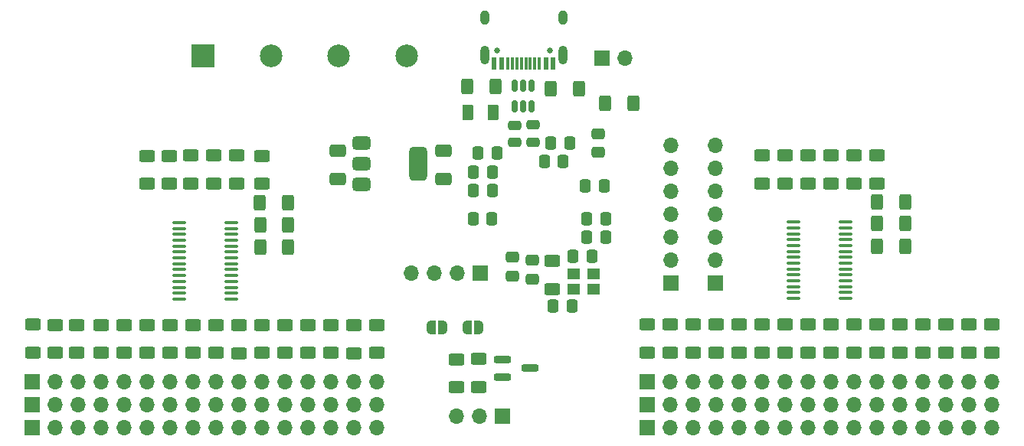
<source format=gbr>
%TF.GenerationSoftware,KiCad,Pcbnew,9.0.0*%
%TF.CreationDate,2025-03-06T16:27:56+01:00*%
%TF.ProjectId,mcuDevBoard,6d637544-6576-4426-9f61-72642e6b6963,rev?*%
%TF.SameCoordinates,Original*%
%TF.FileFunction,Soldermask,Top*%
%TF.FilePolarity,Negative*%
%FSLAX46Y46*%
G04 Gerber Fmt 4.6, Leading zero omitted, Abs format (unit mm)*
G04 Created by KiCad (PCBNEW 9.0.0) date 2025-03-06 16:27:56*
%MOMM*%
%LPD*%
G01*
G04 APERTURE LIST*
G04 Aperture macros list*
%AMRoundRect*
0 Rectangle with rounded corners*
0 $1 Rounding radius*
0 $2 $3 $4 $5 $6 $7 $8 $9 X,Y pos of 4 corners*
0 Add a 4 corners polygon primitive as box body*
4,1,4,$2,$3,$4,$5,$6,$7,$8,$9,$2,$3,0*
0 Add four circle primitives for the rounded corners*
1,1,$1+$1,$2,$3*
1,1,$1+$1,$4,$5*
1,1,$1+$1,$6,$7*
1,1,$1+$1,$8,$9*
0 Add four rect primitives between the rounded corners*
20,1,$1+$1,$2,$3,$4,$5,0*
20,1,$1+$1,$4,$5,$6,$7,0*
20,1,$1+$1,$6,$7,$8,$9,0*
20,1,$1+$1,$8,$9,$2,$3,0*%
%AMFreePoly0*
4,1,23,0.500000,-0.750000,0.000000,-0.750000,0.000000,-0.745722,-0.065263,-0.745722,-0.191342,-0.711940,-0.304381,-0.646677,-0.396677,-0.554381,-0.461940,-0.441342,-0.495722,-0.315263,-0.495722,-0.250000,-0.500000,-0.250000,-0.500000,0.250000,-0.495722,0.250000,-0.495722,0.315263,-0.461940,0.441342,-0.396677,0.554381,-0.304381,0.646677,-0.191342,0.711940,-0.065263,0.745722,0.000000,0.745722,
0.000000,0.750000,0.500000,0.750000,0.500000,-0.750000,0.500000,-0.750000,$1*%
%AMFreePoly1*
4,1,23,0.000000,0.745722,0.065263,0.745722,0.191342,0.711940,0.304381,0.646677,0.396677,0.554381,0.461940,0.441342,0.495722,0.315263,0.495722,0.250000,0.500000,0.250000,0.500000,-0.250000,0.495722,-0.250000,0.495722,-0.315263,0.461940,-0.441342,0.396677,-0.554381,0.304381,-0.646677,0.191342,-0.711940,0.065263,-0.745722,0.000000,-0.745722,0.000000,-0.750000,-0.500000,-0.750000,
-0.500000,0.750000,0.000000,0.750000,0.000000,0.745722,0.000000,0.745722,$1*%
G04 Aperture macros list end*
%ADD10RoundRect,0.250000X-0.337500X-0.475000X0.337500X-0.475000X0.337500X0.475000X-0.337500X0.475000X0*%
%ADD11RoundRect,0.250000X-0.625000X0.400000X-0.625000X-0.400000X0.625000X-0.400000X0.625000X0.400000X0*%
%ADD12RoundRect,0.150000X0.150000X-0.512500X0.150000X0.512500X-0.150000X0.512500X-0.150000X-0.512500X0*%
%ADD13RoundRect,0.200000X-0.750000X-0.200000X0.750000X-0.200000X0.750000X0.200000X-0.750000X0.200000X0*%
%ADD14RoundRect,0.250000X0.337500X0.475000X-0.337500X0.475000X-0.337500X-0.475000X0.337500X-0.475000X0*%
%ADD15RoundRect,0.250000X0.650000X-0.412500X0.650000X0.412500X-0.650000X0.412500X-0.650000X-0.412500X0*%
%ADD16R,1.700000X1.700000*%
%ADD17O,1.700000X1.700000*%
%ADD18RoundRect,0.250000X-0.400000X-0.625000X0.400000X-0.625000X0.400000X0.625000X-0.400000X0.625000X0*%
%ADD19RoundRect,0.100000X-0.637500X-0.100000X0.637500X-0.100000X0.637500X0.100000X-0.637500X0.100000X0*%
%ADD20RoundRect,0.375000X-0.625000X-0.375000X0.625000X-0.375000X0.625000X0.375000X-0.625000X0.375000X0*%
%ADD21RoundRect,0.500000X-0.500000X-1.400000X0.500000X-1.400000X0.500000X1.400000X-0.500000X1.400000X0*%
%ADD22RoundRect,0.250000X0.625000X-0.400000X0.625000X0.400000X-0.625000X0.400000X-0.625000X-0.400000X0*%
%ADD23RoundRect,0.250000X-0.475000X0.250000X-0.475000X-0.250000X0.475000X-0.250000X0.475000X0.250000X0*%
%ADD24R,1.400000X1.200000*%
%ADD25RoundRect,0.250000X0.400000X0.625000X-0.400000X0.625000X-0.400000X-0.625000X0.400000X-0.625000X0*%
%ADD26RoundRect,0.250000X0.375000X0.625000X-0.375000X0.625000X-0.375000X-0.625000X0.375000X-0.625000X0*%
%ADD27C,0.650000*%
%ADD28R,0.600000X1.450000*%
%ADD29R,0.300000X1.450000*%
%ADD30O,1.000000X2.100000*%
%ADD31O,1.000000X1.600000*%
%ADD32FreePoly0,0.000000*%
%ADD33FreePoly1,0.000000*%
%ADD34RoundRect,0.250000X0.475000X-0.337500X0.475000X0.337500X-0.475000X0.337500X-0.475000X-0.337500X0*%
%ADD35FreePoly0,180.000000*%
%ADD36FreePoly1,180.000000*%
%ADD37RoundRect,0.250000X-0.475000X0.337500X-0.475000X-0.337500X0.475000X-0.337500X0.475000X0.337500X0*%
%ADD38R,2.500000X2.500000*%
%ADD39C,2.500000*%
G04 APERTURE END LIST*
D10*
%TO.C,C13*%
X129425000Y-94500000D03*
X131500000Y-94500000D03*
%TD*%
%TO.C,C12*%
X125462500Y-84100000D03*
X127537500Y-84100000D03*
%TD*%
D11*
%TO.C,R23*%
X169138600Y-104139400D03*
X169138600Y-107239400D03*
%TD*%
D12*
%TO.C,U4*%
X121450000Y-79980000D03*
X122400000Y-79980000D03*
X123350000Y-79980000D03*
X123350000Y-77705000D03*
X122400000Y-77705000D03*
X121450000Y-77705000D03*
%TD*%
D10*
%TO.C,C15*%
X127902500Y-96600000D03*
X129977500Y-96600000D03*
%TD*%
D11*
%TO.C,R73*%
X106197400Y-104190200D03*
X106197400Y-107290200D03*
%TD*%
%TO.C,R12*%
X141198600Y-104139400D03*
X141198600Y-107239400D03*
%TD*%
D13*
%TO.C,Q1*%
X120100000Y-108050000D03*
X120100000Y-109950000D03*
X123100000Y-109000000D03*
%TD*%
D11*
%TO.C,R58*%
X68228400Y-104165200D03*
X68228400Y-107265200D03*
%TD*%
D14*
%TO.C,C4*%
X131325000Y-88820000D03*
X129250000Y-88820000D03*
%TD*%
D15*
%TO.C,C1*%
X101910000Y-88075000D03*
X101910000Y-84950000D03*
%TD*%
D11*
%TO.C,R67*%
X90978400Y-104220200D03*
X90978400Y-107320200D03*
%TD*%
D16*
%TO.C,J1*%
X131064000Y-74676000D03*
D17*
X133604000Y-74676000D03*
%TD*%
D14*
%TO.C,C9*%
X131507500Y-92440000D03*
X129432500Y-92440000D03*
%TD*%
D18*
%TO.C,R8*%
X161492600Y-90576400D03*
X164592600Y-90576400D03*
%TD*%
%TO.C,R7*%
X161492600Y-95500000D03*
X164592600Y-95500000D03*
%TD*%
%TO.C,R35*%
X125424000Y-78079600D03*
X128524000Y-78079600D03*
%TD*%
D19*
%TO.C,U6*%
X84403400Y-92878200D03*
X84403400Y-93528200D03*
X84403400Y-94178200D03*
X84403400Y-94828200D03*
X84403400Y-95478200D03*
X84403400Y-96128200D03*
X84403400Y-96778200D03*
X84403400Y-97428200D03*
X84403400Y-98078200D03*
X84403400Y-98728200D03*
X84403400Y-99378200D03*
X84403400Y-100028200D03*
X84403400Y-100678200D03*
X84403400Y-101328200D03*
X90128400Y-101328200D03*
X90128400Y-100678200D03*
X90128400Y-100028200D03*
X90128400Y-99378200D03*
X90128400Y-98728200D03*
X90128400Y-98078200D03*
X90128400Y-97428200D03*
X90128400Y-96778200D03*
X90128400Y-96128200D03*
X90128400Y-95478200D03*
X90128400Y-94828200D03*
X90128400Y-94178200D03*
X90128400Y-93528200D03*
X90128400Y-92878200D03*
%TD*%
D20*
%TO.C,U3*%
X104512500Y-84029500D03*
X104512500Y-86329500D03*
D21*
X110812500Y-86329500D03*
D20*
X104512500Y-88629500D03*
%TD*%
D18*
%TO.C,R53*%
X93320000Y-95600000D03*
X96420000Y-95600000D03*
%TD*%
D11*
%TO.C,R10*%
X136118600Y-104139400D03*
X136118600Y-107239400D03*
%TD*%
D22*
%TO.C,R47*%
X80803400Y-88570200D03*
X80803400Y-85470200D03*
%TD*%
D18*
%TO.C,R33*%
X131445000Y-79629000D03*
X134545000Y-79629000D03*
%TD*%
D16*
%TO.C,J15*%
X120100000Y-114300000D03*
D17*
X117560000Y-114300000D03*
X115020000Y-114300000D03*
%TD*%
D22*
%TO.C,R34*%
X125610000Y-100200000D03*
X125610000Y-97100000D03*
%TD*%
D11*
%TO.C,R24*%
X171678600Y-104139400D03*
X171678600Y-107239400D03*
%TD*%
D23*
%TO.C,R38*%
X121412000Y-82080000D03*
X121412000Y-83980000D03*
%TD*%
D22*
%TO.C,R1*%
X158978600Y-88544400D03*
X158978600Y-85444400D03*
%TD*%
D24*
%TO.C,Y1*%
X127930000Y-100240000D03*
X130130000Y-100240000D03*
X130130000Y-98540000D03*
X127930000Y-98540000D03*
%TD*%
D10*
%TO.C,C16*%
X125708500Y-102108000D03*
X127783500Y-102108000D03*
%TD*%
D22*
%TO.C,R45*%
X85623400Y-88520200D03*
X85623400Y-85420200D03*
%TD*%
D25*
%TO.C,R36*%
X119304400Y-77825600D03*
X116204400Y-77825600D03*
%TD*%
D22*
%TO.C,R4*%
X151358600Y-88544400D03*
X151358600Y-85444400D03*
%TD*%
D18*
%TO.C,R9*%
X161492600Y-92989400D03*
X164592600Y-92989400D03*
%TD*%
D11*
%TO.C,R11*%
X138658600Y-104139400D03*
X138658600Y-107239400D03*
%TD*%
%TO.C,R18*%
X156438600Y-104139400D03*
X156438600Y-107239400D03*
%TD*%
%TO.C,R63*%
X80797400Y-104190200D03*
X80797400Y-107290200D03*
%TD*%
%TO.C,R59*%
X70653400Y-104190200D03*
X70653400Y-107290200D03*
%TD*%
D19*
%TO.C,U2*%
X152306100Y-92809400D03*
X152306100Y-93459400D03*
X152306100Y-94109400D03*
X152306100Y-94759400D03*
X152306100Y-95409400D03*
X152306100Y-96059400D03*
X152306100Y-96709400D03*
X152306100Y-97359400D03*
X152306100Y-98009400D03*
X152306100Y-98659400D03*
X152306100Y-99309400D03*
X152306100Y-99959400D03*
X152306100Y-100609400D03*
X152306100Y-101259400D03*
X158031100Y-101259400D03*
X158031100Y-100609400D03*
X158031100Y-99959400D03*
X158031100Y-99309400D03*
X158031100Y-98659400D03*
X158031100Y-98009400D03*
X158031100Y-97359400D03*
X158031100Y-96709400D03*
X158031100Y-96059400D03*
X158031100Y-95409400D03*
X158031100Y-94759400D03*
X158031100Y-94109400D03*
X158031100Y-93459400D03*
X158031100Y-92809400D03*
%TD*%
D22*
%TO.C,R3*%
X153898600Y-88544400D03*
X153898600Y-85444400D03*
%TD*%
D11*
%TO.C,R65*%
X85877400Y-104190200D03*
X85877400Y-107290200D03*
%TD*%
D16*
%TO.C,J5*%
X136118600Y-113030000D03*
D17*
X138658600Y-113030000D03*
X141198600Y-113030000D03*
X143738600Y-113030000D03*
X146278600Y-113030000D03*
X148818600Y-113030000D03*
X151358600Y-113030000D03*
X153898600Y-113030000D03*
X156438600Y-113030000D03*
X158978600Y-113030000D03*
X161518600Y-113030000D03*
X164058600Y-113030000D03*
X166598600Y-113030000D03*
X169138600Y-113030000D03*
X171678600Y-113030000D03*
X174218600Y-113030000D03*
%TD*%
D11*
%TO.C,R25*%
X174218600Y-104139400D03*
X174218600Y-107239400D03*
%TD*%
%TO.C,R13*%
X143738600Y-104139400D03*
X143738600Y-107239400D03*
%TD*%
D26*
%TO.C,F1*%
X119081200Y-80670400D03*
X116281200Y-80670400D03*
%TD*%
D11*
%TO.C,R71*%
X101117400Y-104190200D03*
X101117400Y-107290200D03*
%TD*%
D27*
%TO.C,J3*%
X125320000Y-73840000D03*
X119540000Y-73840000D03*
D28*
X125680000Y-75285000D03*
X124880000Y-75285000D03*
D29*
X123680000Y-75285000D03*
X122680000Y-75285000D03*
X122180000Y-75285000D03*
X121180000Y-75285000D03*
D28*
X119980000Y-75285000D03*
X119180000Y-75285000D03*
X119180000Y-75285000D03*
X119980000Y-75285000D03*
D29*
X120680000Y-75285000D03*
X121680000Y-75285000D03*
X123180000Y-75285000D03*
X124180000Y-75285000D03*
D28*
X124880000Y-75285000D03*
X125680000Y-75285000D03*
D30*
X126750000Y-74370000D03*
D31*
X126750000Y-70190000D03*
D30*
X118110000Y-74370000D03*
D31*
X118110000Y-70190000D03*
%TD*%
D18*
%TO.C,R57*%
X93300000Y-93100000D03*
X96400000Y-93100000D03*
%TD*%
D11*
%TO.C,R42*%
X117500000Y-107949200D03*
X117500000Y-111049200D03*
%TD*%
D10*
%TO.C,C11*%
X124714000Y-86106000D03*
X126789000Y-86106000D03*
%TD*%
D16*
%TO.C,J9*%
X68097400Y-113030000D03*
D17*
X70637400Y-113030000D03*
X73177400Y-113030000D03*
X75717400Y-113030000D03*
X78257400Y-113030000D03*
X80797400Y-113030000D03*
X83337400Y-113030000D03*
X85877400Y-113030000D03*
X88417400Y-113030000D03*
X90957400Y-113030000D03*
X93497400Y-113030000D03*
X96037400Y-113030000D03*
X98577400Y-113030000D03*
X101117400Y-113030000D03*
X103657400Y-113030000D03*
X106197400Y-113030000D03*
%TD*%
D10*
%TO.C,C3*%
X116845000Y-92420000D03*
X118920000Y-92420000D03*
%TD*%
%TO.C,C7*%
X116915000Y-89330000D03*
X118990000Y-89330000D03*
%TD*%
D11*
%TO.C,R41*%
X115000000Y-108000000D03*
X115000000Y-111100000D03*
%TD*%
%TO.C,R68*%
X93497400Y-104190200D03*
X93497400Y-107290200D03*
%TD*%
D16*
%TO.C,J4*%
X136118600Y-115570000D03*
D17*
X138658600Y-115570000D03*
X141198600Y-115570000D03*
X143738600Y-115570000D03*
X146278600Y-115570000D03*
X148818600Y-115570000D03*
X151358600Y-115570000D03*
X153898600Y-115570000D03*
X156438600Y-115570000D03*
X158978600Y-115570000D03*
X161518600Y-115570000D03*
X164058600Y-115570000D03*
X166598600Y-115570000D03*
X169138600Y-115570000D03*
X171678600Y-115570000D03*
X174218600Y-115570000D03*
%TD*%
D32*
%TO.C,JP19*%
X112200000Y-104500000D03*
D33*
X113500000Y-104500000D03*
%TD*%
D11*
%TO.C,R62*%
X78303400Y-104190200D03*
X78303400Y-107290200D03*
%TD*%
D34*
%TO.C,C5*%
X123420000Y-99125000D03*
X123420000Y-97050000D03*
%TD*%
D10*
%TO.C,C6*%
X117415000Y-85210000D03*
X119490000Y-85210000D03*
%TD*%
D11*
%TO.C,R16*%
X151358600Y-104139400D03*
X151358600Y-107239400D03*
%TD*%
D16*
%TO.C,J13*%
X143600000Y-99568000D03*
D17*
X143600000Y-97028000D03*
X143600000Y-94488000D03*
X143600000Y-91948000D03*
X143600000Y-89408000D03*
X143600000Y-86868000D03*
X143600000Y-84328000D03*
%TD*%
D11*
%TO.C,R61*%
X75753400Y-104190200D03*
X75753400Y-107290200D03*
%TD*%
D22*
%TO.C,R2*%
X156438600Y-88544400D03*
X156438600Y-85444400D03*
%TD*%
D35*
%TO.C,JP15*%
X117500000Y-104500000D03*
D36*
X116200000Y-104500000D03*
%TD*%
D22*
%TO.C,R6*%
X161518600Y-88544400D03*
X161518600Y-85444400D03*
%TD*%
D11*
%TO.C,R60*%
X73053400Y-104190200D03*
X73053400Y-107290200D03*
%TD*%
%TO.C,R64*%
X83337400Y-104190200D03*
X83337400Y-107290200D03*
%TD*%
D16*
%TO.C,J12*%
X138684000Y-99568000D03*
D17*
X138684000Y-97028000D03*
X138684000Y-94488000D03*
X138684000Y-91948000D03*
X138684000Y-89408000D03*
X138684000Y-86868000D03*
X138684000Y-84328000D03*
%TD*%
D23*
%TO.C,R37*%
X123444000Y-82070000D03*
X123444000Y-83970000D03*
%TD*%
D16*
%TO.C,J7*%
X68097400Y-110490000D03*
D17*
X70637400Y-110490000D03*
X73177400Y-110490000D03*
X75717400Y-110490000D03*
X78257400Y-110490000D03*
X80797400Y-110490000D03*
X83337400Y-110490000D03*
X85877400Y-110490000D03*
X88417400Y-110490000D03*
X90957400Y-110490000D03*
X93497400Y-110490000D03*
X96037400Y-110490000D03*
X98577400Y-110490000D03*
X101117400Y-110490000D03*
X103657400Y-110490000D03*
X106197400Y-110490000D03*
%TD*%
D22*
%TO.C,R5*%
X148818600Y-88544400D03*
X148818600Y-85444400D03*
%TD*%
D34*
%TO.C,C14*%
X130657600Y-85086100D03*
X130657600Y-83011100D03*
%TD*%
D16*
%TO.C,J10*%
X117600000Y-98500000D03*
D17*
X115060000Y-98500000D03*
X112520000Y-98500000D03*
X109980000Y-98500000D03*
%TD*%
D16*
%TO.C,J2*%
X136118600Y-110490000D03*
D17*
X138658600Y-110490000D03*
X141198600Y-110490000D03*
X143738600Y-110490000D03*
X146278600Y-110490000D03*
X148818600Y-110490000D03*
X151358600Y-110490000D03*
X153898600Y-110490000D03*
X156438600Y-110490000D03*
X158978600Y-110490000D03*
X161518600Y-110490000D03*
X164058600Y-110490000D03*
X166598600Y-110490000D03*
X169138600Y-110490000D03*
X171678600Y-110490000D03*
X174218600Y-110490000D03*
%TD*%
D15*
%TO.C,C2*%
X113594000Y-88075000D03*
X113594000Y-84950000D03*
%TD*%
D22*
%TO.C,R43*%
X90703400Y-88520200D03*
X90703400Y-85420200D03*
%TD*%
D11*
%TO.C,R19*%
X158978600Y-104139400D03*
X158978600Y-107239400D03*
%TD*%
D22*
%TO.C,R46*%
X83303400Y-88570200D03*
X83303400Y-85470200D03*
%TD*%
D10*
%TO.C,C8*%
X116915000Y-87270000D03*
X118990000Y-87270000D03*
%TD*%
D11*
%TO.C,R69*%
X96037400Y-104190200D03*
X96037400Y-107290200D03*
%TD*%
%TO.C,R20*%
X161518600Y-104139400D03*
X161518600Y-107239400D03*
%TD*%
D16*
%TO.C,J8*%
X68097400Y-115570000D03*
D17*
X70637400Y-115570000D03*
X73177400Y-115570000D03*
X75717400Y-115570000D03*
X78257400Y-115570000D03*
X80797400Y-115570000D03*
X83337400Y-115570000D03*
X85877400Y-115570000D03*
X88417400Y-115570000D03*
X90957400Y-115570000D03*
X93497400Y-115570000D03*
X96037400Y-115570000D03*
X98577400Y-115570000D03*
X101117400Y-115570000D03*
X103657400Y-115570000D03*
X106197400Y-115570000D03*
%TD*%
D37*
%TO.C,C10*%
X121170000Y-96702500D03*
X121170000Y-98777500D03*
%TD*%
D11*
%TO.C,R17*%
X153898600Y-104139400D03*
X153898600Y-107239400D03*
%TD*%
%TO.C,R66*%
X88417400Y-104190200D03*
X88417400Y-107290200D03*
%TD*%
%TO.C,R72*%
X103700000Y-104250000D03*
X103700000Y-107350000D03*
%TD*%
%TO.C,R15*%
X148818600Y-104139400D03*
X148818600Y-107239400D03*
%TD*%
D18*
%TO.C,R56*%
X93280000Y-90700000D03*
X96380000Y-90700000D03*
%TD*%
D11*
%TO.C,R21*%
X164058600Y-104139400D03*
X164058600Y-107239400D03*
%TD*%
D22*
%TO.C,R48*%
X93503400Y-88570200D03*
X93503400Y-85470200D03*
%TD*%
D11*
%TO.C,R22*%
X166598600Y-104139400D03*
X166598600Y-107239400D03*
%TD*%
%TO.C,R14*%
X146278600Y-104139400D03*
X146278600Y-107239400D03*
%TD*%
D38*
%TO.C,J6*%
X87000000Y-74450000D03*
D39*
X94500000Y-74450000D03*
X102000000Y-74450000D03*
X109500000Y-74450000D03*
%TD*%
D11*
%TO.C,R70*%
X98577400Y-104190200D03*
X98577400Y-107290200D03*
%TD*%
D22*
%TO.C,R44*%
X88163400Y-88520200D03*
X88163400Y-85420200D03*
%TD*%
M02*

</source>
